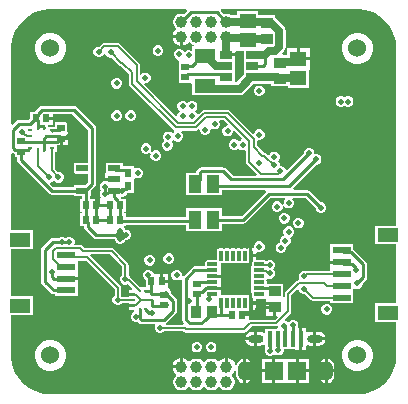
<source format=gtl>
G04*
G04 #@! TF.GenerationSoftware,Altium Limited,Altium Designer,24.5.2 (23)*
G04*
G04 Layer_Physical_Order=1*
G04 Layer_Color=255*
%FSLAX44Y44*%
%MOMM*%
G71*
G04*
G04 #@! TF.SameCoordinates,E9FC05D7-2B72-4DC1-8FCA-AC280C2F8AC5*
G04*
G04*
G04 #@! TF.FilePolarity,Positive*
G04*
G01*
G75*
%ADD18C,0.1270*%
%ADD20R,0.4500X0.2500*%
%ADD21R,0.2500X0.4500*%
%ADD22R,0.6400X0.6000*%
%ADD23R,1.1000X1.5000*%
%ADD24R,1.5500X0.6000*%
%ADD25R,1.8000X1.2000*%
%ADD26R,0.4000X1.3500*%
%ADD27R,1.5000X1.5500*%
%ADD28R,0.6000X0.6400*%
%ADD29R,0.6000X0.7500*%
%ADD30R,1.0000X0.5500*%
%ADD31R,1.4000X1.3000*%
%ADD32R,1.0000X0.7000*%
%ADD33R,1.7500X1.2000*%
%ADD34R,1.0000X0.9000*%
G04:AMPARAMS|DCode=35|XSize=0.8mm|YSize=0.35mm|CornerRadius=0.0438mm|HoleSize=0mm|Usage=FLASHONLY|Rotation=270.000|XOffset=0mm|YOffset=0mm|HoleType=Round|Shape=RoundedRectangle|*
%AMROUNDEDRECTD35*
21,1,0.8000,0.2625,0,0,270.0*
21,1,0.7125,0.3500,0,0,270.0*
1,1,0.0875,-0.1313,-0.3563*
1,1,0.0875,-0.1313,0.3563*
1,1,0.0875,0.1313,0.3563*
1,1,0.0875,0.1313,-0.3563*
%
%ADD35ROUNDEDRECTD35*%
G04:AMPARAMS|DCode=36|XSize=0.85mm|YSize=0.35mm|CornerRadius=0.0438mm|HoleSize=0mm|Usage=FLASHONLY|Rotation=0.000|XOffset=0mm|YOffset=0mm|HoleType=Round|Shape=RoundedRectangle|*
%AMROUNDEDRECTD36*
21,1,0.8500,0.2625,0,0,0.0*
21,1,0.7625,0.3500,0,0,0.0*
1,1,0.0875,0.3813,-0.1313*
1,1,0.0875,-0.3813,-0.1313*
1,1,0.0875,-0.3813,0.1313*
1,1,0.0875,0.3813,0.1313*
%
%ADD36ROUNDEDRECTD36*%
%ADD37R,0.9000X1.0000*%
%ADD38R,0.2500X0.2750*%
%ADD39R,0.2750X0.2500*%
%ADD64R,2.6000X2.7000*%
%ADD65C,0.2540*%
%ADD66C,0.7120*%
%ADD67O,1.3000X0.6500*%
%ADD68O,0.7750X1.5500*%
%ADD69C,1.0000*%
%ADD70C,1.5240*%
%ADD71C,0.5000*%
G36*
X34000Y119000D02*
Y107897D01*
X27772Y101669D01*
X26000D01*
Y109500D01*
Y118460D01*
X26540D01*
Y123230D01*
X19000D01*
Y125770D01*
X26540D01*
Y127115D01*
X27460Y127960D01*
X34000D01*
Y119000D01*
D02*
G37*
G36*
X-14813Y162961D02*
X-14327Y161788D01*
X-17053Y159062D01*
X-18128Y159350D01*
X-19972D01*
X-21752Y158873D01*
X-23348Y157951D01*
X-24651Y156648D01*
X-25573Y155052D01*
X-26050Y153272D01*
Y151428D01*
X-25573Y149648D01*
X-24651Y148052D01*
X-23724Y147124D01*
X-23686Y145878D01*
X-23813Y145550D01*
X-25083Y144280D01*
X-26076Y142560D01*
X-26516Y140920D01*
X-19050D01*
Y139650D01*
X-17780D01*
Y132184D01*
X-16140Y132624D01*
X-14420Y133617D01*
X-13150Y134887D01*
X-12822Y135014D01*
X-11575Y134976D01*
X-10648Y134049D01*
X-9052Y133127D01*
X-8652Y133020D01*
X-8820Y131750D01*
X-9750D01*
Y128773D01*
X-11020Y128050D01*
X-12105Y128500D01*
X-13895D01*
X-15549Y127815D01*
X-16042Y127322D01*
X-17185Y127549D01*
X-18451Y128815D01*
X-20105Y129500D01*
X-21895D01*
X-23549Y128815D01*
X-24815Y127549D01*
X-25500Y125895D01*
Y124105D01*
X-24815Y122451D01*
X-23549Y121185D01*
X-21895Y120500D01*
X-21610D01*
X-21200Y119400D01*
X-21200D01*
Y109400D01*
Y100600D01*
X-10800D01*
X-9750Y100069D01*
Y90250D01*
X11750D01*
Y90331D01*
X30120D01*
X30120Y90331D01*
X32289Y90763D01*
X34128Y91992D01*
X41968Y99831D01*
X57000D01*
Y97750D01*
X71000D01*
X71000Y96500D01*
X89000D01*
Y111960D01*
X89540D01*
Y119730D01*
X80000D01*
Y121000D01*
X78730D01*
Y130040D01*
X70460D01*
Y124790D01*
X66579D01*
X66093Y125963D01*
X67568Y127438D01*
X67568Y127438D01*
X68797Y129278D01*
X69229Y131447D01*
X69229Y131447D01*
Y145053D01*
X68797Y147222D01*
X67568Y149062D01*
X67568Y149062D01*
X61812Y154818D01*
X60000Y156029D01*
Y158250D01*
X46000D01*
X46000Y159520D01*
Y161500D01*
X28000D01*
Y158344D01*
X22668D01*
X21752Y158873D01*
X19972Y159350D01*
X18128D01*
X17053Y159062D01*
X14327Y161788D01*
X14813Y162961D01*
X130000D01*
X132160D01*
X136444Y162397D01*
X140618Y161279D01*
X144610Y159625D01*
X148351Y157465D01*
X151779Y154834D01*
X154834Y151779D01*
X157465Y148351D01*
X159625Y144610D01*
X161279Y140618D01*
X162397Y136444D01*
X162961Y132160D01*
X162961Y130000D01*
X162961Y-20000D01*
X144430D01*
Y-36000D01*
X162961D01*
Y-86000D01*
X144430D01*
Y-102000D01*
X162961D01*
Y-130000D01*
X162961Y-132160D01*
X162397Y-136444D01*
X161279Y-140618D01*
X159625Y-144609D01*
X157465Y-148351D01*
X154834Y-151779D01*
X151779Y-154834D01*
X148351Y-157465D01*
X144610Y-159625D01*
X140618Y-161279D01*
X136444Y-162397D01*
X132160Y-162961D01*
X130000D01*
X-130000Y-162961D01*
X-132160D01*
X-136444Y-162397D01*
X-140618Y-161279D01*
X-144610Y-159625D01*
X-148351Y-157465D01*
X-151779Y-154835D01*
X-154834Y-151779D01*
X-157465Y-148351D01*
X-159625Y-144610D01*
X-161279Y-140618D01*
X-162397Y-136444D01*
X-162961Y-132160D01*
X-162961Y-130000D01*
Y-96000D01*
X-144430D01*
Y-80000D01*
X-162961D01*
Y-40000D01*
X-144430D01*
Y-24000D01*
X-162961D01*
X-162961Y40656D01*
X-161691Y41335D01*
X-161258Y41046D01*
X-160200Y40835D01*
Y37600D01*
X-158334D01*
Y35649D01*
X-158080Y34374D01*
X-157358Y33292D01*
X-131208Y7143D01*
X-130126Y6420D01*
X-128851Y6166D01*
X-109900D01*
Y4750D01*
X-103134D01*
Y2200D01*
X-104800D01*
Y-8200D01*
X-103134D01*
Y-9800D01*
X-104800D01*
Y-20200D01*
X-101404D01*
Y-20930D01*
X-101150Y-22206D01*
X-100428Y-23287D01*
X-93357Y-30357D01*
X-92276Y-31080D01*
X-91000Y-31334D01*
X-75911D01*
X-75500Y-31745D01*
Y-31895D01*
X-74815Y-33549D01*
X-73549Y-34815D01*
X-71895Y-35500D01*
X-70105D01*
X-68451Y-34815D01*
X-67185Y-33549D01*
X-66939Y-32955D01*
X-66837Y-32887D01*
X-66451Y-32500D01*
X-65105D01*
X-63451Y-31815D01*
X-62185Y-30549D01*
X-61500Y-28895D01*
Y-27105D01*
X-62185Y-25451D01*
X-63451Y-24185D01*
X-65105Y-23500D01*
X-66751D01*
X-67185Y-22451D01*
X-68166Y-21470D01*
X-67763Y-20200D01*
X-66000D01*
Y-19334D01*
X-15000D01*
Y-24500D01*
X-1270D01*
X-0Y-24500D01*
X1270Y-24500D01*
X15000D01*
Y-18334D01*
X33248D01*
X34524Y-18080D01*
X35606Y-17357D01*
X56629Y3666D01*
X68506D01*
X69032Y2396D01*
X68185Y1549D01*
X67500Y-105D01*
Y-1461D01*
X67500Y-1895D01*
X66327Y-2361D01*
X65950Y-1451D01*
X64684Y-185D01*
X63030Y500D01*
X61240D01*
X59586Y-185D01*
X58320Y-1451D01*
X57635Y-3105D01*
Y-4895D01*
X58320Y-6549D01*
X59586Y-7815D01*
X61240Y-8500D01*
X63030D01*
X64684Y-7815D01*
X65950Y-6549D01*
X66635Y-4895D01*
Y-3539D01*
X66635Y-3105D01*
X67808Y-2639D01*
X68185Y-3549D01*
X69451Y-4815D01*
X71105Y-5500D01*
X72895D01*
X74549Y-4815D01*
X75815Y-3549D01*
X76500Y-1895D01*
Y-105D01*
X75815Y1549D01*
X74968Y2396D01*
X75494Y3666D01*
X85619D01*
X94500Y-5215D01*
Y-5895D01*
X95185Y-7549D01*
X96451Y-8815D01*
X98105Y-9500D01*
X99895D01*
X101549Y-8815D01*
X102815Y-7549D01*
X103500Y-5895D01*
Y-4105D01*
X102815Y-2451D01*
X101549Y-1185D01*
X99895Y-500D01*
X99215D01*
X89358Y9358D01*
X88276Y10080D01*
X87000Y10334D01*
X75845D01*
X75319Y11604D01*
X95215Y31500D01*
X95895D01*
X97549Y32185D01*
X98815Y33451D01*
X99500Y35105D01*
Y36895D01*
X98815Y38549D01*
X97549Y39815D01*
X95895Y40500D01*
X94105D01*
X93500Y40904D01*
Y41895D01*
X92815Y43549D01*
X91549Y44815D01*
X89895Y45500D01*
X88105D01*
X86451Y44815D01*
X85185Y43549D01*
X84500Y41895D01*
Y41215D01*
X70385Y27100D01*
X68932Y27443D01*
X68527Y28420D01*
X67261Y29686D01*
X65607Y30371D01*
X64035D01*
Y31913D01*
X63350Y33567D01*
X62399Y34518D01*
X63350Y35469D01*
X64035Y37123D01*
Y38913D01*
X63350Y40567D01*
X62084Y41833D01*
X60430Y42518D01*
X58640D01*
X56986Y41833D01*
X55720Y40567D01*
X55514Y40069D01*
X54269Y39822D01*
X52958Y41133D01*
X52086Y41715D01*
X51058Y41919D01*
X50614D01*
X44687Y47847D01*
Y51713D01*
X45957Y52561D01*
X46105Y52500D01*
X47895D01*
X49549Y53185D01*
X50815Y54451D01*
X51500Y56105D01*
Y57895D01*
X50815Y59549D01*
X49549Y60815D01*
X47895Y61500D01*
X46105D01*
X44451Y60815D01*
X43185Y59549D01*
X42559Y58037D01*
X41327Y57473D01*
X21900Y76900D01*
X21028Y77482D01*
X20000Y77687D01*
X0D01*
X-1028Y77482D01*
X-1900Y76900D01*
X-4354Y74446D01*
X-5852Y74744D01*
X-6185Y75549D01*
X-6806Y76170D01*
X-7333Y77000D01*
X-6806Y77830D01*
X-6185Y78451D01*
X-5500Y80105D01*
Y81895D01*
X-6185Y83549D01*
X-7451Y84815D01*
X-9105Y85500D01*
X-10895D01*
X-12549Y84815D01*
X-13170Y84194D01*
X-14000Y83667D01*
X-14830Y84194D01*
X-15451Y84815D01*
X-17105Y85500D01*
X-18895D01*
X-20549Y84815D01*
X-21815Y83549D01*
X-22500Y81895D01*
Y80105D01*
X-21815Y78451D01*
X-21194Y77830D01*
X-20667Y77000D01*
X-21194Y76170D01*
X-21815Y75549D01*
X-22500Y73895D01*
Y73095D01*
X-23770Y72569D01*
X-50456Y99255D01*
X-49904Y100500D01*
X-48605D01*
X-46951Y101185D01*
X-45685Y102451D01*
X-45000Y104105D01*
Y105895D01*
X-45685Y107549D01*
X-46951Y108815D01*
X-48605Y109500D01*
X-50395D01*
X-52049Y108815D01*
X-53043Y107821D01*
X-54299Y108200D01*
X-54313Y108210D01*
Y115680D01*
X-54518Y116708D01*
X-55100Y117580D01*
X-71055Y133535D01*
X-71927Y134117D01*
X-72955Y134322D01*
X-84365D01*
X-85393Y134117D01*
X-86265Y133535D01*
X-88300Y131500D01*
X-89895D01*
X-91549Y130815D01*
X-92815Y129549D01*
X-93500Y127895D01*
Y126105D01*
X-92815Y124451D01*
X-91549Y123185D01*
X-89895Y122500D01*
X-88105D01*
X-86451Y123185D01*
X-85185Y124451D01*
X-84739Y125529D01*
X-84139Y125566D01*
X-83416Y125403D01*
X-82815Y123951D01*
X-81549Y122685D01*
X-79895Y122000D01*
X-78299D01*
X-72133Y115833D01*
X-71261Y115251D01*
X-70233Y115047D01*
X-70166D01*
X-63687Y108567D01*
Y100000D01*
X-63482Y98972D01*
X-62900Y98100D01*
X-25900Y61100D01*
X-25028Y60518D01*
X-24930Y60289D01*
X-24779Y59173D01*
X-25815Y58138D01*
X-27068Y58432D01*
X-27451Y58815D01*
X-29105Y59500D01*
X-30895D01*
X-32549Y58815D01*
X-33815Y57549D01*
X-34500Y55895D01*
Y54105D01*
X-33815Y52451D01*
X-33488Y52124D01*
X-33549Y51815D01*
X-34815Y50549D01*
X-35500Y48895D01*
Y47105D01*
X-34815Y45451D01*
X-33549Y44185D01*
X-31895Y43500D01*
X-30105D01*
X-28451Y44185D01*
X-27185Y45451D01*
X-26500Y47105D01*
Y48895D01*
X-27185Y50549D01*
X-27512Y50876D01*
X-27451Y51185D01*
X-26185Y52451D01*
X-24932Y52157D01*
X-24549Y51774D01*
X-22895Y51089D01*
X-21105D01*
X-19451Y51774D01*
X-18185Y53040D01*
X-17500Y54694D01*
Y56484D01*
X-18185Y58138D01*
X-19091Y59043D01*
X-18581Y60313D01*
X-7000D01*
X-5972Y60518D01*
X-5100Y61100D01*
X-4770Y61431D01*
X-3500Y60904D01*
Y60105D01*
X-2815Y58451D01*
X-1549Y57185D01*
X105Y56500D01*
X1895D01*
X3549Y57185D01*
X4815Y58451D01*
X5500Y60105D01*
Y61205D01*
X5820Y61490D01*
X6759Y61923D01*
X8105Y61365D01*
X9895D01*
X11549Y62050D01*
X12815Y63316D01*
X13500Y64970D01*
Y66760D01*
X13080Y67773D01*
X13845Y69043D01*
X17066D01*
X20339Y65770D01*
X19813Y64500D01*
X19240D01*
X17586Y63815D01*
X16320Y62549D01*
X15635Y60895D01*
Y59105D01*
X16320Y57451D01*
X17586Y56185D01*
X19240Y55500D01*
X21030D01*
X22684Y56185D01*
X23950Y57451D01*
X24635Y59105D01*
Y59678D01*
X25905Y60204D01*
X32305Y53804D01*
X31766Y52547D01*
X30316Y51946D01*
X29548Y51178D01*
X28423Y52302D01*
X26769Y52987D01*
X24979D01*
X23325Y52302D01*
X22059Y51036D01*
X21374Y49382D01*
Y47592D01*
X22059Y45938D01*
X23325Y44672D01*
X24979Y43987D01*
X26769D01*
X28423Y44672D01*
X29192Y45441D01*
X30316Y44316D01*
X31970Y43631D01*
X33760D01*
X34257Y43837D01*
X35313Y43131D01*
Y34092D01*
X35518Y33063D01*
X36100Y32192D01*
X44785Y23507D01*
X44299Y22334D01*
X24381D01*
X18358Y28358D01*
X17276Y29080D01*
X16000Y29334D01*
X-2216D01*
X-3492Y29080D01*
X-4574Y28358D01*
X-6061Y26870D01*
X-6784Y25788D01*
X-7038Y24512D01*
Y24500D01*
X-15000D01*
Y5500D01*
X-1270D01*
X-0Y5500D01*
Y5500D01*
X0D01*
Y5500D01*
X15000D01*
Y9896D01*
X51633D01*
X52159Y8626D01*
X31867Y-11666D01*
X15000D01*
Y-5500D01*
X1270D01*
X0Y-5500D01*
X-1270Y-5500D01*
X-15000D01*
Y-12666D01*
X-66000D01*
Y-9800D01*
X-67666D01*
Y-8200D01*
X-66000D01*
Y2200D01*
X-69763D01*
X-70372Y3112D01*
X-70733Y3472D01*
X-70013Y4549D01*
X-69895Y4500D01*
X-68105D01*
X-66451Y5185D01*
X-65185Y6451D01*
X-64751Y7500D01*
X-59400D01*
Y19777D01*
X-58130Y20419D01*
X-56907Y19912D01*
X-55117D01*
X-53463Y20597D01*
X-52197Y21863D01*
X-51512Y23517D01*
Y25307D01*
X-52197Y26961D01*
X-53463Y28227D01*
X-55117Y28912D01*
X-56907D01*
X-58130Y28406D01*
X-59400Y29048D01*
Y30500D01*
X-68900D01*
Y33250D01*
X-82900D01*
Y24290D01*
X-83440D01*
Y20270D01*
X-75900D01*
Y17730D01*
X-83440D01*
Y17488D01*
X-84895D01*
X-86549Y16803D01*
X-87815Y15537D01*
X-88500Y13883D01*
Y12093D01*
X-87815Y10439D01*
X-87370Y9994D01*
X-87815Y9549D01*
X-88500Y7895D01*
Y6105D01*
X-87815Y4451D01*
X-87374Y4010D01*
X-87900Y2740D01*
X-89730D01*
Y-3000D01*
X-92270D01*
Y2740D01*
X-96466D01*
Y4750D01*
X-95900D01*
Y9535D01*
X-92273Y13162D01*
X-91550Y14244D01*
X-91296Y15520D01*
Y62630D01*
X-91550Y63906D01*
X-92273Y64988D01*
X-107642Y80358D01*
X-108724Y81080D01*
X-110000Y81334D01*
X-137424D01*
X-138700Y81080D01*
X-139782Y80358D01*
X-143027Y77112D01*
X-143637Y76200D01*
X-147400D01*
Y70515D01*
X-148581Y69334D01*
X-156512D01*
X-157788Y69080D01*
X-158870Y68358D01*
X-161788Y65440D01*
X-162961Y65925D01*
Y130000D01*
Y132160D01*
X-162397Y136444D01*
X-161279Y140618D01*
X-159625Y144610D01*
X-157465Y148351D01*
X-154835Y151779D01*
X-151779Y154834D01*
X-148351Y157465D01*
X-144610Y159625D01*
X-140618Y161279D01*
X-136444Y162397D01*
X-132160Y162961D01*
X-130000Y162961D01*
X-14813D01*
D02*
G37*
G36*
X-97964Y61249D02*
Y33250D01*
X-109900D01*
Y23750D01*
X-97964D01*
Y16901D01*
X-100615Y14250D01*
X-109900D01*
Y12834D01*
X-127470D01*
X-129962Y15327D01*
X-129564Y16724D01*
X-128451Y17185D01*
X-127961Y17675D01*
X-126998Y18287D01*
X-126301Y17675D01*
X-125680Y17054D01*
X-124026Y16369D01*
X-122236D01*
X-120582Y17054D01*
X-119316Y18320D01*
X-118631Y19974D01*
Y21764D01*
X-119316Y23418D01*
X-120582Y24684D01*
X-122236Y25369D01*
X-123832D01*
X-126313Y27851D01*
Y42250D01*
X-124750D01*
Y46710D01*
X-124210D01*
Y48060D01*
X-122270D01*
Y53600D01*
X-121000D01*
Y54870D01*
X-115260D01*
Y59140D01*
X-115800D01*
Y67400D01*
X-126200D01*
Y63784D01*
X-128826D01*
X-128997Y63750D01*
X-132250D01*
Y65260D01*
X-128060D01*
Y69730D01*
X-133600D01*
Y72270D01*
X-128060D01*
Y74666D01*
X-111381D01*
X-97964Y61249D01*
D02*
G37*
%LPC*%
G36*
X-20320Y138380D02*
X-26516D01*
X-26076Y136740D01*
X-25083Y135020D01*
X-23680Y133617D01*
X-21960Y132624D01*
X-20320Y132184D01*
Y138380D01*
D02*
G37*
G36*
X-38105Y132500D02*
X-39895D01*
X-41549Y131815D01*
X-42815Y130549D01*
X-43500Y128895D01*
Y127105D01*
X-42815Y125451D01*
X-41549Y124185D01*
X-39895Y123500D01*
X-38105D01*
X-36451Y124185D01*
X-35185Y125451D01*
X-34500Y127105D01*
Y128895D01*
X-35185Y130549D01*
X-36451Y131815D01*
X-38105Y132500D01*
D02*
G37*
G36*
X89540Y130040D02*
X81270D01*
Y122270D01*
X89540D01*
Y130040D01*
D02*
G37*
G36*
X131712Y143000D02*
X128288D01*
X124982Y142114D01*
X122018Y140403D01*
X119597Y137982D01*
X117886Y135018D01*
X117000Y131712D01*
Y128288D01*
X117886Y124982D01*
X119597Y122018D01*
X122018Y119597D01*
X124982Y117886D01*
X128288Y117000D01*
X131712D01*
X135018Y117886D01*
X137982Y119597D01*
X140403Y122018D01*
X142114Y124982D01*
X143000Y128288D01*
Y131712D01*
X142114Y135018D01*
X140403Y137982D01*
X137982Y140403D01*
X135018Y142114D01*
X131712Y143000D01*
D02*
G37*
G36*
X-128288D02*
X-131712D01*
X-135018Y142114D01*
X-137982Y140403D01*
X-140403Y137982D01*
X-142114Y135018D01*
X-143000Y131712D01*
Y128288D01*
X-142114Y124982D01*
X-140403Y122018D01*
X-137982Y119597D01*
X-135018Y117886D01*
X-131712Y117000D01*
X-128288D01*
X-124982Y117886D01*
X-122018Y119597D01*
X-119597Y122018D01*
X-117886Y124982D01*
X-117000Y128288D01*
Y131712D01*
X-117886Y135018D01*
X-119597Y137982D01*
X-122018Y140403D01*
X-124982Y142114D01*
X-128288Y143000D01*
D02*
G37*
G36*
X-73105Y104900D02*
X-74895D01*
X-76549Y104215D01*
X-77815Y102949D01*
X-78500Y101295D01*
Y99505D01*
X-77815Y97851D01*
X-76549Y96585D01*
X-74895Y95900D01*
X-73105D01*
X-71451Y96585D01*
X-70185Y97851D01*
X-69500Y99505D01*
Y101295D01*
X-70185Y102949D01*
X-71451Y104215D01*
X-73105Y104900D01*
D02*
G37*
G36*
X47895Y98500D02*
X46105D01*
X44451Y97815D01*
X43185Y96549D01*
X42500Y94895D01*
Y93105D01*
X43185Y91451D01*
X44451Y90185D01*
X46105Y89500D01*
X47895D01*
X49549Y90185D01*
X50815Y91451D01*
X51500Y93105D01*
Y94895D01*
X50815Y96549D01*
X49549Y97815D01*
X47895Y98500D01*
D02*
G37*
G36*
X122895Y89500D02*
X121105D01*
X119451Y88815D01*
X119000Y88364D01*
X118549Y88815D01*
X116895Y89500D01*
X115105D01*
X113451Y88815D01*
X112185Y87549D01*
X111500Y85895D01*
Y84105D01*
X112185Y82451D01*
X113451Y81185D01*
X115105Y80500D01*
X116895D01*
X118549Y81185D01*
X119000Y81636D01*
X119451Y81185D01*
X121105Y80500D01*
X122895D01*
X124549Y81185D01*
X125815Y82451D01*
X126500Y84105D01*
Y85895D01*
X125815Y87549D01*
X124549Y88815D01*
X122895Y89500D01*
D02*
G37*
G36*
X-61105Y77500D02*
X-62895D01*
X-64549Y76815D01*
X-65815Y75549D01*
X-66500Y73895D01*
Y72105D01*
X-65815Y70451D01*
X-64549Y69185D01*
X-62895Y68500D01*
X-61105D01*
X-59451Y69185D01*
X-58185Y70451D01*
X-57500Y72105D01*
Y73895D01*
X-58185Y75549D01*
X-59451Y76815D01*
X-61105Y77500D01*
D02*
G37*
G36*
X-73105D02*
X-74895D01*
X-76549Y76815D01*
X-77815Y75549D01*
X-78500Y73895D01*
Y72105D01*
X-77815Y70451D01*
X-76549Y69185D01*
X-74895Y68500D01*
X-73105D01*
X-71451Y69185D01*
X-70185Y70451D01*
X-69500Y72105D01*
Y73895D01*
X-70185Y75549D01*
X-71451Y76815D01*
X-73105Y77500D01*
D02*
G37*
G36*
X-48105Y49500D02*
X-49895D01*
X-51549Y48815D01*
X-52815Y47549D01*
X-53500Y45895D01*
Y44105D01*
X-52815Y42451D01*
X-51549Y41185D01*
X-49895Y40500D01*
X-48105D01*
X-46451Y41185D01*
X-46151Y41485D01*
X-45074Y40766D01*
X-45389Y40006D01*
Y38216D01*
X-44704Y36562D01*
X-43438Y35296D01*
X-41784Y34611D01*
X-39994D01*
X-38340Y35296D01*
X-37074Y36562D01*
X-36389Y38216D01*
Y40006D01*
X-37074Y41660D01*
X-38340Y42926D01*
X-39994Y43611D01*
X-41784D01*
X-43438Y42926D01*
X-43738Y42626D01*
X-44815Y43345D01*
X-44500Y44105D01*
Y45895D01*
X-45185Y47549D01*
X-46451Y48815D01*
X-48105Y49500D01*
D02*
G37*
G36*
X68895Y-9500D02*
X67105D01*
X65451Y-10185D01*
X64185Y-11451D01*
X63500Y-13105D01*
Y-14895D01*
X64185Y-16549D01*
X65451Y-17815D01*
X67105Y-18500D01*
X68895D01*
X70549Y-17815D01*
X71815Y-16549D01*
X72500Y-14895D01*
Y-13105D01*
X71815Y-11451D01*
X70549Y-10185D01*
X68895Y-9500D01*
D02*
G37*
G36*
X80895Y-13500D02*
X79105D01*
X77451Y-14185D01*
X76185Y-15451D01*
X75500Y-17105D01*
Y-18895D01*
X76185Y-20549D01*
X77451Y-21815D01*
X79105Y-22500D01*
X80895D01*
X82549Y-21815D01*
X83815Y-20549D01*
X84500Y-18895D01*
Y-17105D01*
X83815Y-15451D01*
X82549Y-14185D01*
X80895Y-13500D01*
D02*
G37*
G36*
X-113105Y-29500D02*
X-114895D01*
X-116549Y-30185D01*
X-117000Y-30636D01*
X-117451Y-30185D01*
X-119105Y-29500D01*
X-120895D01*
X-122549Y-30185D01*
X-123030Y-30666D01*
X-128000D01*
X-129276Y-30920D01*
X-130358Y-31642D01*
X-136877Y-38162D01*
X-137600Y-39244D01*
X-137854Y-40520D01*
Y-67480D01*
X-137600Y-68756D01*
X-136877Y-69838D01*
X-129358Y-77358D01*
X-128276Y-78080D01*
X-127000Y-78334D01*
X-126430D01*
Y-80000D01*
X-106930D01*
Y-70540D01*
X-106390D01*
Y-66270D01*
X-116680D01*
Y-63730D01*
X-106390D01*
Y-59460D01*
X-106930D01*
Y-49687D01*
X-99757D01*
X-75687Y-73757D01*
Y-79323D01*
X-76815Y-80451D01*
X-77500Y-82105D01*
Y-83895D01*
X-76815Y-85549D01*
X-75549Y-86815D01*
X-73895Y-87500D01*
X-72105D01*
X-70451Y-86815D01*
X-69323Y-85687D01*
X-63540D01*
Y-86730D01*
X-59625D01*
Y-89270D01*
X-63540D01*
Y-91790D01*
X-59179D01*
X-58927Y-93060D01*
X-59776Y-93412D01*
X-61041Y-94677D01*
X-61726Y-96331D01*
Y-98122D01*
X-61041Y-99775D01*
X-59776Y-101041D01*
X-58122Y-101727D01*
X-56331D01*
X-56089Y-101626D01*
X-55357Y-102358D01*
X-54276Y-103080D01*
X-53000Y-103334D01*
X-41722D01*
X-41030Y-104604D01*
X-41500Y-105740D01*
Y-107530D01*
X-40815Y-109184D01*
X-39549Y-110450D01*
X-37895Y-111135D01*
X-36105D01*
X-34451Y-110450D01*
X-33323Y-109322D01*
X-17478D01*
X-16900Y-109900D01*
X-16028Y-110482D01*
X-15000Y-110687D01*
X34000D01*
X35028Y-110482D01*
X35900Y-109900D01*
X40453Y-105346D01*
X61340D01*
X62230Y-105169D01*
X62508Y-105235D01*
X62728Y-105381D01*
X62858Y-105980D01*
X61833Y-107250D01*
X52000D01*
Y-110683D01*
X50730Y-111362D01*
X49509Y-110546D01*
X47250Y-110097D01*
X45270D01*
Y-116000D01*
Y-121903D01*
X47250D01*
X49509Y-121454D01*
X50730Y-120638D01*
X52000Y-121317D01*
Y-123898D01*
X51500Y-125105D01*
Y-126895D01*
X52185Y-128549D01*
X53451Y-129815D01*
X55105Y-130500D01*
X56895D01*
X58549Y-129815D01*
X59730Y-128634D01*
X60451Y-129355D01*
X62105Y-130040D01*
X63895D01*
X65549Y-129355D01*
X66815Y-128089D01*
X67500Y-126435D01*
Y-124750D01*
X77460D01*
Y-125290D01*
X80730D01*
Y-116000D01*
Y-106710D01*
X80569D01*
X79863Y-105654D01*
X79979Y-105374D01*
Y-103584D01*
X79294Y-101930D01*
X78028Y-100664D01*
X76374Y-99979D01*
X74584D01*
X72930Y-100664D01*
X71664Y-101930D01*
X71355Y-101991D01*
X70549Y-101185D01*
X69037Y-100559D01*
X68473Y-99327D01*
X73210Y-94590D01*
X73792Y-93718D01*
X73996Y-92690D01*
Y-78803D01*
X78953Y-73847D01*
X80223Y-74373D01*
Y-74618D01*
X80908Y-76272D01*
X82174Y-77537D01*
X83827Y-78223D01*
X85423D01*
X90100Y-82900D01*
X90972Y-83482D01*
X92000Y-83687D01*
X106930D01*
Y-86000D01*
X126430D01*
Y-73453D01*
X127700Y-72918D01*
X129105Y-73500D01*
X130895D01*
X132549Y-72815D01*
X133815Y-71549D01*
X134500Y-69895D01*
Y-69215D01*
X137358Y-66357D01*
X138080Y-65276D01*
X138334Y-64000D01*
Y-53000D01*
X138080Y-51724D01*
X137358Y-50642D01*
X127088Y-40373D01*
X126430Y-39933D01*
Y-36000D01*
X106930D01*
Y-45460D01*
X106390D01*
Y-49730D01*
X116680D01*
Y-52270D01*
X106390D01*
Y-56540D01*
X106930D01*
Y-58264D01*
X87049D01*
X86021Y-58469D01*
X85944Y-58520D01*
X85895Y-58500D01*
X84105D01*
X82451Y-59185D01*
X81185Y-60451D01*
X80500Y-62105D01*
Y-63895D01*
X80805Y-64631D01*
X80668Y-65072D01*
X79991Y-65985D01*
X79384Y-66105D01*
X78513Y-66688D01*
X69410Y-75791D01*
X68828Y-76662D01*
X68623Y-77690D01*
Y-80623D01*
X67353Y-81317D01*
X67000Y-81090D01*
Y-69250D01*
X53048D01*
Y-66687D01*
X52859Y-65736D01*
X53847Y-64930D01*
X54247Y-64795D01*
X54970Y-65095D01*
X56760D01*
X58414Y-64410D01*
X59680Y-63144D01*
X60365Y-61490D01*
Y-59700D01*
X59680Y-58046D01*
X58729Y-57095D01*
X59680Y-56144D01*
X60365Y-54490D01*
Y-52700D01*
X59680Y-51046D01*
X58414Y-49780D01*
X56760Y-49095D01*
X54970D01*
X53316Y-49780D01*
X53090Y-50006D01*
X52320Y-49930D01*
X51514Y-49391D01*
X50563Y-49202D01*
X43963D01*
X43848Y-49062D01*
Y-46770D01*
X39500D01*
Y-45500D01*
X38298D01*
Y-41937D01*
X38230Y-41594D01*
Y-38902D01*
X38187D01*
X37026Y-39133D01*
X36379Y-39565D01*
X35812Y-39452D01*
X33187D01*
X32236Y-39641D01*
X32000Y-39799D01*
X31764Y-39641D01*
X30812Y-39452D01*
X28187D01*
X27236Y-39641D01*
X27000Y-39799D01*
X26764Y-39641D01*
X25812Y-39452D01*
X23187D01*
X22236Y-39641D01*
X22000Y-39799D01*
X21764Y-39641D01*
X20812Y-39452D01*
X18188D01*
X17236Y-39641D01*
X17000Y-39799D01*
X16763Y-39641D01*
X15812Y-39452D01*
X13188D01*
X12236Y-39641D01*
X11430Y-40180D01*
X10891Y-40986D01*
X10702Y-41937D01*
Y-49062D01*
X10588Y-49202D01*
X3438D01*
X2486Y-49391D01*
X1680Y-49930D01*
X1141Y-50736D01*
X952Y-51687D01*
Y-54313D01*
X662Y-54666D01*
X-8000D01*
X-9276Y-54920D01*
X-10358Y-55642D01*
X-17230Y-62515D01*
X-17759Y-62440D01*
X-18500Y-62066D01*
Y-61105D01*
X-19185Y-59451D01*
X-20451Y-58185D01*
X-22105Y-57500D01*
X-23895D01*
X-25549Y-58185D01*
X-26815Y-59451D01*
X-27500Y-61105D01*
Y-62895D01*
X-26815Y-64549D01*
X-25549Y-65815D01*
X-23895Y-66500D01*
X-22105D01*
X-20451Y-65815D01*
X-19581Y-64945D01*
X-18334Y-65494D01*
Y-85000D01*
Y-100000D01*
X-18080Y-101276D01*
X-17357Y-102358D01*
X-17037Y-102678D01*
X-17563Y-103948D01*
X-31737D01*
X-32123Y-102678D01*
X-31642Y-102358D01*
X-23642Y-94358D01*
X-22920Y-93276D01*
X-22666Y-92000D01*
Y-84000D01*
X-22920Y-82724D01*
X-23642Y-81643D01*
X-27500Y-77785D01*
Y-77105D01*
X-28185Y-75451D01*
X-28800Y-74836D01*
Y-73600D01*
X-29146D01*
X-30060Y-72740D01*
Y-68270D01*
X-35600D01*
Y-67000D01*
X-36870D01*
Y-61260D01*
X-41140D01*
Y-61800D01*
X-42500D01*
Y-61105D01*
X-43185Y-59451D01*
X-44451Y-58185D01*
X-46105Y-57500D01*
X-47895D01*
X-49549Y-58185D01*
X-50815Y-59451D01*
X-51500Y-61105D01*
Y-62895D01*
X-50815Y-64549D01*
X-49549Y-65815D01*
X-49400Y-65877D01*
Y-68408D01*
X-49464Y-68730D01*
X-49400Y-69052D01*
Y-71874D01*
X-49500Y-71956D01*
X-49722Y-72000D01*
X-54076D01*
X-61915Y-64160D01*
X-62324Y-63887D01*
X-62731Y-62905D01*
X-63859Y-61777D01*
Y-53363D01*
X-64064Y-52334D01*
X-64646Y-51463D01*
X-76279Y-39830D01*
X-77150Y-39248D01*
X-78178Y-39043D01*
X-101157D01*
X-102735Y-37465D01*
X-103607Y-36883D01*
X-104635Y-36678D01*
X-108864D01*
X-109713Y-35408D01*
X-109500Y-34895D01*
Y-33105D01*
X-110185Y-31451D01*
X-111451Y-30185D01*
X-113105Y-29500D01*
D02*
G37*
G36*
X47784Y-33389D02*
X45994D01*
X44340Y-34074D01*
X43074Y-35340D01*
X42389Y-36994D01*
Y-37998D01*
X41199Y-38979D01*
X40813Y-38902D01*
X40770D01*
Y-44230D01*
X43848D01*
Y-42872D01*
X45118Y-42026D01*
X45994Y-42389D01*
X47784D01*
X49438Y-41704D01*
X50704Y-40438D01*
X51389Y-38784D01*
Y-36994D01*
X50704Y-35340D01*
X49438Y-34074D01*
X47784Y-33389D01*
D02*
G37*
G36*
X72764Y-20631D02*
X70974D01*
X69320Y-21316D01*
X68054Y-22582D01*
X67369Y-24236D01*
Y-26026D01*
X67902Y-27314D01*
X67985Y-27795D01*
X67379Y-28801D01*
X66451Y-29185D01*
X65185Y-30451D01*
X64500Y-32105D01*
Y-33895D01*
X63445Y-34666D01*
X62586Y-35021D01*
X61320Y-36287D01*
X60635Y-37941D01*
Y-39731D01*
X61320Y-41385D01*
X62586Y-42651D01*
X64240Y-43336D01*
X66030D01*
X67684Y-42651D01*
X68950Y-41385D01*
X69635Y-39731D01*
Y-37941D01*
X70690Y-37171D01*
X71549Y-36815D01*
X72815Y-35549D01*
X73500Y-33895D01*
Y-32105D01*
X72967Y-30817D01*
X72884Y-30336D01*
X73490Y-29330D01*
X74418Y-28946D01*
X75684Y-27680D01*
X76369Y-26026D01*
Y-24236D01*
X75684Y-22582D01*
X74418Y-21316D01*
X72764Y-20631D01*
D02*
G37*
G36*
X-28994Y-43611D02*
X-30784D01*
X-32438Y-44296D01*
X-33704Y-45562D01*
X-34389Y-47216D01*
Y-49006D01*
X-33704Y-50660D01*
X-32438Y-51926D01*
X-30784Y-52611D01*
X-28994D01*
X-27340Y-51926D01*
X-26074Y-50660D01*
X-25389Y-49006D01*
Y-47216D01*
X-26074Y-45562D01*
X-27340Y-44296D01*
X-28994Y-43611D01*
D02*
G37*
G36*
X-45105Y-44980D02*
X-46895D01*
X-48549Y-45665D01*
X-49815Y-46931D01*
X-50500Y-48585D01*
Y-50375D01*
X-49815Y-52029D01*
X-48549Y-53295D01*
X-46895Y-53980D01*
X-45105D01*
X-43451Y-53295D01*
X-42185Y-52029D01*
X-41500Y-50375D01*
Y-48585D01*
X-42185Y-46931D01*
X-43451Y-45665D01*
X-45105Y-44980D01*
D02*
G37*
G36*
X-30060Y-61260D02*
X-34330D01*
Y-65730D01*
X-30060D01*
Y-61260D01*
D02*
G37*
G36*
X104895Y-86500D02*
X103105D01*
X101451Y-87185D01*
X100185Y-88451D01*
X99500Y-90105D01*
Y-91895D01*
X100185Y-93549D01*
X101451Y-94815D01*
X103105Y-95500D01*
X104895D01*
X106549Y-94815D01*
X107815Y-93549D01*
X108500Y-91895D01*
Y-90105D01*
X107815Y-88451D01*
X106549Y-87185D01*
X104895Y-86500D01*
D02*
G37*
G36*
X97250Y-110097D02*
X95270D01*
Y-114730D01*
X102901D01*
X102704Y-113741D01*
X101424Y-111826D01*
X99509Y-110546D01*
X97250Y-110097D01*
D02*
G37*
G36*
X42730D02*
X40750D01*
X38491Y-110546D01*
X36576Y-111826D01*
X35296Y-113741D01*
X35099Y-114730D01*
X42730D01*
Y-110097D01*
D02*
G37*
G36*
X102901Y-117270D02*
X95270D01*
Y-121903D01*
X97250D01*
X99509Y-121454D01*
X101424Y-120174D01*
X102704Y-118259D01*
X102901Y-117270D01*
D02*
G37*
G36*
X86540Y-106710D02*
X83270D01*
Y-116000D01*
Y-125290D01*
X86540D01*
Y-121678D01*
X87810Y-120999D01*
X88491Y-121454D01*
X90750Y-121903D01*
X92730D01*
Y-116000D01*
Y-110097D01*
X90750D01*
X88491Y-110546D01*
X87810Y-111001D01*
X86540Y-110322D01*
Y-106710D01*
D02*
G37*
G36*
X42730Y-117270D02*
X35099D01*
X35296Y-118259D01*
X36576Y-120174D01*
X38491Y-121454D01*
X40750Y-121903D01*
X42730D01*
Y-117270D01*
D02*
G37*
G36*
X6895Y-118500D02*
X5105D01*
X3451Y-119185D01*
X2185Y-120451D01*
X1500Y-122105D01*
Y-123895D01*
X2185Y-125549D01*
X3451Y-126815D01*
X5105Y-127500D01*
X6895D01*
X8549Y-126815D01*
X9815Y-125549D01*
X10500Y-123895D01*
Y-122105D01*
X9815Y-120451D01*
X8549Y-119185D01*
X6895Y-118500D01*
D02*
G37*
G36*
X-5105D02*
X-6895D01*
X-8549Y-119185D01*
X-9815Y-120451D01*
X-10500Y-122105D01*
Y-123895D01*
X-9815Y-125549D01*
X-8549Y-126815D01*
X-6895Y-127500D01*
X-5105D01*
X-3451Y-126815D01*
X-2185Y-125549D01*
X-1500Y-123895D01*
Y-122105D01*
X-2185Y-120451D01*
X-3451Y-119185D01*
X-5105Y-118500D01*
D02*
G37*
G36*
X102730Y-132837D02*
X101497Y-133082D01*
X99375Y-134500D01*
X98874Y-135250D01*
X102730D01*
Y-132837D01*
D02*
G37*
G36*
X35270D02*
Y-135250D01*
X39126D01*
X38625Y-134500D01*
X36503Y-133082D01*
X35270Y-132837D01*
D02*
G37*
G36*
X-20320Y-132184D02*
X-21960Y-132624D01*
X-23680Y-133617D01*
X-25083Y-135020D01*
X-26076Y-136740D01*
X-26516Y-138380D01*
X-20320D01*
Y-132184D01*
D02*
G37*
G36*
X20320D02*
Y-139650D01*
X17780D01*
Y-132184D01*
X16140Y-132624D01*
X14420Y-133617D01*
X13150Y-134887D01*
X12822Y-135014D01*
X11575Y-134976D01*
X10648Y-134049D01*
X9052Y-133127D01*
X7272Y-132650D01*
X5428D01*
X3648Y-133127D01*
X2052Y-134049D01*
X749Y-135352D01*
X635Y-135549D01*
X-635D01*
X-749Y-135352D01*
X-2052Y-134049D01*
X-3648Y-133127D01*
X-5428Y-132650D01*
X-7272D01*
X-9052Y-133127D01*
X-10648Y-134049D01*
X-11575Y-134976D01*
X-12822Y-135014D01*
X-13150Y-134887D01*
X-14420Y-133617D01*
X-16140Y-132624D01*
X-17780Y-132184D01*
Y-139650D01*
X-19050D01*
Y-140920D01*
X-26516D01*
X-26076Y-142560D01*
X-25083Y-144280D01*
X-23813Y-145550D01*
X-23686Y-145878D01*
X-23724Y-147124D01*
X-24651Y-148052D01*
X-25573Y-149648D01*
X-26050Y-151428D01*
Y-153272D01*
X-25573Y-155052D01*
X-24651Y-156648D01*
X-23348Y-157951D01*
X-21752Y-158873D01*
X-19972Y-159350D01*
X-18128D01*
X-16348Y-158873D01*
X-14752Y-157951D01*
X-13449Y-156648D01*
X-13335Y-156451D01*
X-12065D01*
X-11951Y-156648D01*
X-10648Y-157951D01*
X-9052Y-158873D01*
X-7272Y-159350D01*
X-5428D01*
X-3648Y-158873D01*
X-2052Y-157951D01*
X-749Y-156648D01*
X-635Y-156451D01*
X635D01*
X749Y-156648D01*
X2052Y-157951D01*
X3648Y-158873D01*
X5428Y-159350D01*
X7272D01*
X9052Y-158873D01*
X10648Y-157951D01*
X11951Y-156648D01*
X12065Y-156451D01*
X13335D01*
X13449Y-156648D01*
X14752Y-157951D01*
X16348Y-158873D01*
X18128Y-159350D01*
X19972D01*
X21752Y-158873D01*
X23348Y-157951D01*
X24651Y-156648D01*
X25573Y-155052D01*
X26050Y-153272D01*
Y-151428D01*
X25573Y-149648D01*
X24651Y-148052D01*
X23724Y-147124D01*
X23686Y-145878D01*
X23813Y-145550D01*
X25083Y-144280D01*
X26076Y-142560D01*
X26189Y-142138D01*
X27459Y-142305D01*
Y-146875D01*
X27957Y-149378D01*
X29375Y-151500D01*
X31497Y-152918D01*
X32730Y-153163D01*
Y-150588D01*
X32697Y-150580D01*
X32446Y-150506D01*
X32200Y-150419D01*
X31959Y-150319D01*
X31723Y-150206D01*
X31494Y-150082D01*
X31271Y-149945D01*
X31056Y-149797D01*
X30849Y-149639D01*
X30650Y-149469D01*
X30461Y-149289D01*
X30281Y-149100D01*
X30111Y-148901D01*
X29952Y-148694D01*
X29805Y-148479D01*
X29668Y-148256D01*
X29544Y-148027D01*
X29431Y-147791D01*
X29331Y-147550D01*
X29244Y-147304D01*
X29170Y-147053D01*
X29109Y-146799D01*
X29061Y-146543D01*
X29027Y-146284D01*
X29007Y-146024D01*
X29000Y-145750D01*
Y-140250D01*
X29007Y-139988D01*
X29027Y-139727D01*
X29062Y-139468D01*
X29109Y-139210D01*
X29170Y-138956D01*
X29245Y-138705D01*
X29332Y-138458D01*
X29432Y-138216D01*
X29545Y-137980D01*
X29670Y-137750D01*
X29807Y-137527D01*
X29955Y-137311D01*
X30114Y-137103D01*
X30284Y-136904D01*
X30464Y-136714D01*
X30654Y-136534D01*
X30853Y-136364D01*
X31061Y-136205D01*
X31277Y-136057D01*
X31500Y-135920D01*
X31730Y-135795D01*
X31966Y-135682D01*
X32208Y-135582D01*
X32455Y-135495D01*
X32706Y-135420D01*
X32730Y-135415D01*
Y-132837D01*
X31497Y-133082D01*
X29375Y-134500D01*
X27957Y-136622D01*
X27703Y-137902D01*
X26399Y-137945D01*
X26076Y-136740D01*
X25083Y-135020D01*
X23680Y-133617D01*
X21960Y-132624D01*
X20320Y-132184D01*
D02*
G37*
G36*
X105270Y-132837D02*
Y-135412D01*
X105303Y-135420D01*
X105554Y-135494D01*
X105800Y-135581D01*
X106041Y-135681D01*
X106277Y-135794D01*
X106506Y-135918D01*
X106729Y-136055D01*
X106944Y-136202D01*
X107151Y-136362D01*
X107350Y-136531D01*
X107539Y-136711D01*
X107719Y-136900D01*
X107888Y-137099D01*
X108048Y-137306D01*
X108195Y-137521D01*
X108332Y-137744D01*
X108456Y-137973D01*
X108569Y-138209D01*
X108669Y-138450D01*
X108756Y-138696D01*
X108830Y-138947D01*
X108891Y-139200D01*
X108939Y-139457D01*
X108973Y-139716D01*
X108993Y-139977D01*
X109000Y-140250D01*
Y-141730D01*
X110541D01*
Y-139125D01*
X110043Y-136622D01*
X108625Y-134500D01*
X106503Y-133082D01*
X105270Y-132837D01*
D02*
G37*
G36*
X35270Y-137597D02*
Y-141730D01*
X36500D01*
Y-139850D01*
Y-139750D01*
X36497Y-139619D01*
X36486Y-139489D01*
X36469Y-139359D01*
X36445Y-139230D01*
X36415Y-139103D01*
X36378Y-138977D01*
X36334Y-138854D01*
X36284Y-138733D01*
X36228Y-138615D01*
X36165Y-138500D01*
X36097Y-138388D01*
X36023Y-138280D01*
X35943Y-138177D01*
X35858Y-138077D01*
X35768Y-137982D01*
X35673Y-137892D01*
X35573Y-137807D01*
X35470Y-137727D01*
X35362Y-137653D01*
X35270Y-137597D01*
D02*
G37*
G36*
X105270Y-137592D02*
Y-141730D01*
X106500D01*
Y-139750D01*
X106497Y-139607D01*
X106486Y-139478D01*
X106469Y-139348D01*
X106446Y-139220D01*
X106415Y-139094D01*
X106378Y-138969D01*
X106335Y-138846D01*
X106285Y-138726D01*
X106229Y-138608D01*
X106167Y-138494D01*
X106099Y-138383D01*
X106025Y-138275D01*
X105946Y-138172D01*
X105861Y-138073D01*
X105772Y-137978D01*
X105677Y-137889D01*
X105578Y-137804D01*
X105475Y-137725D01*
X105367Y-137651D01*
X105270Y-137592D01*
D02*
G37*
G36*
X102730Y-137592D02*
X102633Y-137651D01*
X102525Y-137725D01*
X102422Y-137804D01*
X102323Y-137889D01*
X102229Y-137978D01*
X102139Y-138073D01*
X102054Y-138172D01*
X101975Y-138275D01*
X101901Y-138383D01*
X101833Y-138494D01*
X101771Y-138608D01*
X101715Y-138726D01*
X101665Y-138846D01*
X101622Y-138969D01*
X101585Y-139094D01*
X101554Y-139220D01*
X101531Y-139348D01*
X101514Y-139478D01*
X101503Y-139607D01*
X101500Y-139750D01*
Y-139850D01*
Y-141730D01*
X102730D01*
Y-137592D01*
D02*
G37*
G36*
X89040Y-132710D02*
X80270D01*
Y-141730D01*
X89040D01*
Y-132710D01*
D02*
G37*
G36*
X57730D02*
X48960D01*
Y-141730D01*
X57730D01*
Y-132710D01*
D02*
G37*
G36*
X131712Y-117000D02*
X128288D01*
X124982Y-117886D01*
X122018Y-119597D01*
X119597Y-122018D01*
X117886Y-124982D01*
X117000Y-128288D01*
Y-131712D01*
X117886Y-135018D01*
X119597Y-137982D01*
X122018Y-140403D01*
X124982Y-142114D01*
X128288Y-143000D01*
X131712D01*
X135018Y-142114D01*
X137982Y-140403D01*
X140403Y-137982D01*
X142114Y-135018D01*
X143000Y-131712D01*
Y-128288D01*
X142114Y-124982D01*
X140403Y-122018D01*
X137982Y-119597D01*
X135018Y-117886D01*
X131712Y-117000D01*
D02*
G37*
G36*
X-128288D02*
X-131712D01*
X-135018Y-117886D01*
X-137982Y-119597D01*
X-140403Y-122018D01*
X-142114Y-124982D01*
X-143000Y-128288D01*
Y-131712D01*
X-142114Y-135018D01*
X-140403Y-137982D01*
X-137982Y-140403D01*
X-135018Y-142114D01*
X-131712Y-143000D01*
X-128288D01*
X-124982Y-142114D01*
X-122018Y-140403D01*
X-119597Y-137982D01*
X-117886Y-135018D01*
X-117000Y-131712D01*
Y-128288D01*
X-117886Y-124982D01*
X-119597Y-122018D01*
X-122018Y-119597D01*
X-124982Y-117886D01*
X-128288Y-117000D01*
D02*
G37*
G36*
X106500Y-144270D02*
X105270D01*
Y-148403D01*
X105362Y-148347D01*
X105470Y-148272D01*
X105573Y-148193D01*
X105673Y-148108D01*
X105768Y-148018D01*
X105858Y-147923D01*
X105943Y-147823D01*
X106023Y-147719D01*
X106097Y-147612D01*
X106165Y-147500D01*
X106228Y-147385D01*
X106284Y-147267D01*
X106334Y-147146D01*
X106378Y-147022D01*
X106415Y-146897D01*
X106445Y-146770D01*
X106469Y-146641D01*
X106486Y-146511D01*
X106497Y-146381D01*
X106500Y-146250D01*
Y-144270D01*
D02*
G37*
G36*
X102730D02*
X101500D01*
Y-146150D01*
Y-146250D01*
X101503Y-146381D01*
X101514Y-146511D01*
X101531Y-146641D01*
X101555Y-146770D01*
X101585Y-146897D01*
X101622Y-147022D01*
X101666Y-147146D01*
X101716Y-147267D01*
X101772Y-147385D01*
X101835Y-147500D01*
X101903Y-147612D01*
X101978Y-147719D01*
X102057Y-147823D01*
X102142Y-147923D01*
X102232Y-148018D01*
X102327Y-148108D01*
X102427Y-148193D01*
X102531Y-148272D01*
X102638Y-148347D01*
X102730Y-148403D01*
Y-144270D01*
D02*
G37*
G36*
X32730Y-137597D02*
X32638Y-137653D01*
X32531Y-137727D01*
X32427Y-137807D01*
X32327Y-137892D01*
X32232Y-137982D01*
X32142Y-138077D01*
X32057Y-138177D01*
X31978Y-138280D01*
X31903Y-138388D01*
X31835Y-138500D01*
X31772Y-138615D01*
X31716Y-138733D01*
X31666Y-138854D01*
X31622Y-138977D01*
X31585Y-139103D01*
X31555Y-139230D01*
X31531Y-139359D01*
X31514Y-139489D01*
X31503Y-139619D01*
X31500Y-139750D01*
Y-146250D01*
X31503Y-146393D01*
X31514Y-146523D01*
X31531Y-146652D01*
X31554Y-146780D01*
X31585Y-146906D01*
X31622Y-147031D01*
X31665Y-147154D01*
X31715Y-147274D01*
X31771Y-147392D01*
X31833Y-147506D01*
X31901Y-147617D01*
X31975Y-147725D01*
X32054Y-147828D01*
X32139Y-147927D01*
X32229Y-148021D01*
X32323Y-148111D01*
X32422Y-148196D01*
X32525Y-148275D01*
X32633Y-148349D01*
X32730Y-148408D01*
Y-143000D01*
Y-137597D01*
D02*
G37*
G36*
X36500Y-144270D02*
X35270D01*
Y-148408D01*
X35367Y-148349D01*
X35475Y-148275D01*
X35578Y-148196D01*
X35677Y-148111D01*
X35772Y-148021D01*
X35861Y-147927D01*
X35946Y-147828D01*
X36025Y-147725D01*
X36099Y-147617D01*
X36167Y-147506D01*
X36229Y-147392D01*
X36285Y-147274D01*
X36335Y-147154D01*
X36378Y-147031D01*
X36415Y-146906D01*
X36446Y-146780D01*
X36469Y-146652D01*
X36486Y-146523D01*
X36497Y-146393D01*
X36500Y-146250D01*
Y-146150D01*
Y-144270D01*
D02*
G37*
G36*
X110541D02*
X109000D01*
Y-145750D01*
X108993Y-146012D01*
X108973Y-146273D01*
X108939Y-146532D01*
X108891Y-146790D01*
X108830Y-147044D01*
X108755Y-147295D01*
X108668Y-147542D01*
X108568Y-147784D01*
X108455Y-148020D01*
X108330Y-148250D01*
X108193Y-148473D01*
X108045Y-148689D01*
X107886Y-148897D01*
X107716Y-149096D01*
X107535Y-149285D01*
X107346Y-149466D01*
X107147Y-149636D01*
X106939Y-149795D01*
X106723Y-149943D01*
X106500Y-150080D01*
X106270Y-150205D01*
X106034Y-150318D01*
X105792Y-150418D01*
X105545Y-150505D01*
X105294Y-150580D01*
X105270Y-150585D01*
Y-153163D01*
X106503Y-152918D01*
X108625Y-151500D01*
X110043Y-149378D01*
X110541Y-146875D01*
Y-144270D01*
D02*
G37*
G36*
X39126Y-150750D02*
X35270D01*
Y-153163D01*
X36503Y-152918D01*
X38625Y-151500D01*
X39126Y-150750D01*
D02*
G37*
G36*
X102730D02*
X98874D01*
X99375Y-151500D01*
X101497Y-152918D01*
X102730Y-153163D01*
Y-150750D01*
D02*
G37*
G36*
X89040Y-144270D02*
X80270D01*
Y-153290D01*
X89040D01*
Y-144270D01*
D02*
G37*
G36*
X77730Y-132710D02*
X60270D01*
Y-143000D01*
Y-153290D01*
X77730D01*
Y-143000D01*
Y-132710D01*
D02*
G37*
G36*
X57730Y-144270D02*
X48960D01*
Y-153290D01*
X57730D01*
Y-144270D01*
D02*
G37*
%LPD*%
G36*
X-69232Y-54475D02*
Y-61777D01*
X-70361Y-62905D01*
X-71046Y-64559D01*
Y-66349D01*
X-70361Y-68003D01*
X-69095Y-69269D01*
X-67441Y-69954D01*
X-65651D01*
X-64286Y-69389D01*
X-60638Y-73037D01*
X-61124Y-74210D01*
X-63540D01*
Y-76730D01*
X-59625D01*
Y-79270D01*
X-63540D01*
Y-80313D01*
X-69323D01*
X-70313Y-79323D01*
Y-72644D01*
X-70518Y-71616D01*
X-71100Y-70744D01*
X-96158Y-45687D01*
X-95632Y-44417D01*
X-79291D01*
X-69232Y-54475D01*
D02*
G37*
G36*
X51889Y-81963D02*
X52460Y-82504D01*
Y-87980D01*
X60000D01*
Y-89250D01*
X61270D01*
Y-96290D01*
X62251D01*
X62737Y-97463D01*
X60228Y-99973D01*
X39341D01*
X39210Y-99999D01*
X37940Y-99015D01*
Y-96770D01*
X32400D01*
Y-94230D01*
X37940D01*
Y-92302D01*
X38187Y-92098D01*
X38230D01*
Y-89406D01*
X38298Y-89062D01*
Y-85500D01*
X39500D01*
Y-84230D01*
X43848D01*
Y-81938D01*
X43963Y-81798D01*
X50563D01*
X51432Y-81625D01*
X51889Y-81963D01*
D02*
G37*
%LPC*%
G36*
X43848Y-86770D02*
X40770D01*
Y-92098D01*
X40813D01*
X41974Y-91867D01*
X42959Y-91209D01*
X43617Y-90224D01*
X43848Y-89062D01*
Y-86770D01*
D02*
G37*
G36*
X58730Y-90520D02*
X52460D01*
Y-96290D01*
X58730D01*
Y-90520D01*
D02*
G37*
G36*
X-115260Y52330D02*
X-119730D01*
Y48060D01*
X-115260D01*
Y52330D01*
D02*
G37*
%LPD*%
D18*
X31500Y-61000D02*
X38730Y-53770D01*
X-150709Y57035D02*
X-149789Y56115D01*
X-151391Y57035D02*
X-150709D01*
X-129000Y26738D02*
Y45500D01*
Y26738D02*
X-123131Y20869D01*
X-140500Y30500D02*
X-131000Y21000D01*
X-140500Y30500D02*
Y43750D01*
X-125521Y-39365D02*
X-104635D01*
X-154000Y59000D02*
X-153356D01*
X-151391Y57035D01*
X-147615Y56115D02*
X-147000Y55500D01*
X-149789Y56115D02*
X-147615D01*
X54856Y-60595D02*
X55865D01*
X47365Y-58615D02*
X52876D01*
X54856Y-60595D01*
X46750Y-53000D02*
X47048Y-53298D01*
X55567D02*
X55865Y-53595D01*
X47048Y-53298D02*
X55567D01*
X46750Y-58000D02*
X47365Y-58615D01*
X-79000Y126500D02*
X-70233Y117733D01*
X-89000Y127000D02*
Y127000D01*
X-84365Y131635D01*
X-70233Y117733D02*
X-69053D01*
X-61000Y109680D01*
X42000Y46734D02*
X49502Y39233D01*
X51058D01*
X59273Y31018D01*
X59535D01*
X71310Y-77690D02*
X80412Y-68588D01*
X101588D01*
X104000Y-71000D01*
X71310Y-92690D02*
Y-77690D01*
X42000Y46734D02*
Y53000D01*
X62353Y24000D02*
X64224Y25871D01*
X48092Y24000D02*
X62353D01*
X38000Y34092D02*
X48092Y24000D01*
X64224Y25871D02*
X64712D01*
X27000Y-65500D02*
X31500Y-61000D01*
X18178Y71730D02*
X38000Y51908D01*
Y34092D02*
Y51908D01*
X20000Y75000D02*
X42000Y53000D01*
X-61000Y100000D02*
X-24000Y63000D01*
X-61000Y100000D02*
Y109680D01*
X-24000Y63000D02*
X-7000D01*
X-57000Y102000D02*
X-22000Y67000D01*
X-57000Y102000D02*
Y115680D01*
X-22000Y67000D02*
X-8000D01*
X-84365Y131635D02*
X-72955D01*
X-57000Y115680D01*
X-7000Y63000D02*
X1730Y71730D01*
X18178D01*
X-8000Y67000D02*
X0Y75000D01*
X20000D01*
X-16365Y-106635D02*
X-15000Y-108000D01*
X34000D02*
X39341Y-102660D01*
X-15000Y-108000D02*
X34000D01*
X-37000Y-106635D02*
X-16365D01*
X61340Y-102660D02*
X71310Y-92690D01*
X39341Y-102660D02*
X61340D01*
X-128000Y-48430D02*
Y-41844D01*
X-125521Y-39365D01*
X-128000Y-48430D02*
X-121430Y-55000D01*
X-102270Y-41730D02*
X-78178D01*
X-104635Y-39365D02*
X-102270Y-41730D01*
X-114680Y-47000D02*
X-98644D01*
X-116680Y-45000D02*
X-114680Y-47000D01*
X-98644D02*
X-73000Y-72644D01*
X-54500Y-75375D02*
Y-75250D01*
X-55240Y-74635D02*
X-55115D01*
X-54500Y-75250D01*
X-65486Y-66060D02*
X-63815D01*
X-66092Y-65454D02*
X-65486Y-66060D01*
X-63815D02*
X-55240Y-74635D01*
X-78178Y-41730D02*
X-66546Y-53363D01*
Y-65454D02*
Y-53363D01*
X-73000Y-83000D02*
X-59625D01*
X-73000D02*
Y-72644D01*
X92000Y-81000D02*
X116680D01*
X84723Y-73723D02*
X92000Y-81000D01*
X85000Y-63000D02*
X87049Y-60951D01*
X104000Y-71000D02*
X116680D01*
X116680Y-71000D01*
X87049Y-60951D02*
X116631D01*
X116680Y-61000D01*
X-121430Y-55000D02*
X-116680D01*
X-59625Y-78000D02*
X-59010Y-78615D01*
X-57611D01*
X-53226Y-83000D01*
X-59625Y-88000D02*
X-59010Y-87385D01*
X-53226Y-83000D02*
X-44375D01*
X-57611Y-87385D02*
X-53226Y-83000D01*
X-59010Y-87385D02*
X-57611D01*
X39365Y-45635D02*
X39500Y-45500D01*
X27000Y-66000D02*
Y-65500D01*
X24500Y-63000D02*
X27000Y-65500D01*
D20*
X-129000Y45500D02*
D03*
Y50500D02*
D03*
Y55500D02*
D03*
Y60500D02*
D03*
X-147000D02*
D03*
Y55500D02*
D03*
Y50500D02*
D03*
Y45500D02*
D03*
D21*
X-135500Y62250D02*
D03*
X-140500D02*
D03*
Y43750D02*
D03*
X-135500D02*
D03*
D22*
X-121000Y53600D02*
D03*
Y62400D02*
D03*
X-155000Y51400D02*
D03*
Y42600D02*
D03*
X-16000Y114400D02*
D03*
Y105600D02*
D03*
X-6000Y-69100D02*
D03*
Y-77900D02*
D03*
X-34000Y-87400D02*
D03*
Y-78600D02*
D03*
D23*
X-7500Y-15000D02*
D03*
X7500D02*
D03*
Y15000D02*
D03*
X-7500D02*
D03*
D24*
X116680Y-71000D02*
D03*
Y-41000D02*
D03*
Y-51000D02*
D03*
Y-61000D02*
D03*
Y-81000D02*
D03*
X-116680Y-45000D02*
D03*
Y-75000D02*
D03*
Y-65000D02*
D03*
Y-55000D02*
D03*
D25*
X155430Y-28000D02*
D03*
Y-94000D02*
D03*
X-155430Y-88000D02*
D03*
Y-32000D02*
D03*
D26*
X56000Y-116000D02*
D03*
X62500D02*
D03*
X69000D02*
D03*
X75500D02*
D03*
X82000D02*
D03*
D27*
X59000Y-143000D02*
D03*
X79000D02*
D03*
D28*
X-71000Y-3000D02*
D03*
X-79800D02*
D03*
X-71000Y-15000D02*
D03*
X-79800D02*
D03*
X-99800Y-3000D02*
D03*
X-91000D02*
D03*
X-99800Y-15000D02*
D03*
X-91000D02*
D03*
X-133600Y71000D02*
D03*
X-142400D02*
D03*
X23600Y-95500D02*
D03*
X32400D02*
D03*
X-35600Y-67000D02*
D03*
X-44400D02*
D03*
D29*
X-64400Y24750D02*
D03*
Y13250D02*
D03*
D30*
X-102900Y9500D02*
D03*
Y28500D02*
D03*
X-75900D02*
D03*
Y19000D02*
D03*
Y9500D02*
D03*
D31*
X37000Y137000D02*
D03*
Y153000D02*
D03*
X80000Y121000D02*
D03*
Y105000D02*
D03*
D32*
X41000Y105500D02*
D03*
Y115000D02*
D03*
Y124500D02*
D03*
X19000Y105500D02*
D03*
Y115000D02*
D03*
Y124500D02*
D03*
D33*
X1000Y123750D02*
D03*
Y98250D02*
D03*
D34*
X53000Y151750D02*
D03*
Y138250D02*
D03*
X64000Y117750D02*
D03*
Y104250D02*
D03*
X60000Y-89250D02*
D03*
Y-75750D02*
D03*
D35*
X39500Y-45500D02*
D03*
X34500D02*
D03*
X29500D02*
D03*
X24500D02*
D03*
X19500D02*
D03*
X14500D02*
D03*
Y-85500D02*
D03*
X19500D02*
D03*
X24500D02*
D03*
X29500D02*
D03*
X34500D02*
D03*
X39500D02*
D03*
D36*
X7250Y-53000D02*
D03*
Y-58000D02*
D03*
Y-63000D02*
D03*
Y-68000D02*
D03*
Y-73000D02*
D03*
Y-78000D02*
D03*
X46750D02*
D03*
Y-73000D02*
D03*
Y-68000D02*
D03*
Y-63000D02*
D03*
Y-58000D02*
D03*
Y-53000D02*
D03*
D37*
X6750Y-93500D02*
D03*
X-6750D02*
D03*
D38*
X-54500Y-90625D02*
D03*
X-49500D02*
D03*
X-54500Y-75375D02*
D03*
X-49500D02*
D03*
D39*
X-44375Y-88000D02*
D03*
X-59625D02*
D03*
X-44375Y-83000D02*
D03*
Y-78000D02*
D03*
X-59625Y-83000D02*
D03*
Y-78000D02*
D03*
D64*
X27000Y-65500D02*
D03*
D65*
X-154030Y50430D02*
X-135500D01*
X-135430Y50500D02*
X-129000D01*
X-135500Y50430D02*
X-135430Y50500D01*
X-135500Y50430D02*
Y53500D01*
X-133500Y55500D01*
X-123100D01*
X-121270Y53530D02*
X-121000D01*
X-120845D01*
X-129000Y50500D02*
X-124300D01*
X-121270Y53530D01*
X24500Y-63000D02*
X26500Y-61000D01*
X31500D01*
X20000Y-73000D02*
X27000Y-66000D01*
X-114375Y62976D02*
X-104024D01*
X-114375Y57976D02*
Y61000D01*
Y62976D02*
Y66684D01*
Y61000D02*
Y62976D01*
X-123100Y55500D02*
X-121200Y53600D01*
X-121000D01*
X-104024Y62976D02*
X-104000Y63000D01*
X-121000Y34225D02*
X-108245Y21471D01*
X-121000Y34225D02*
Y53530D01*
X-103471Y21471D02*
X-103000Y21000D01*
X-108245Y21471D02*
X-103471D01*
X-128851Y9500D02*
X-101280D01*
X-155000Y35649D02*
X-128851Y9500D01*
X-155000Y35649D02*
Y42600D01*
X-137424Y78000D02*
X-110000D01*
X-94630Y62630D01*
X-140500Y62250D02*
Y63930D01*
Y68984D01*
X-101280Y9500D02*
X-100650D01*
X-94630Y15520D01*
Y62630D01*
X-114375Y61000D02*
X-113000D01*
X-90000Y-2000D02*
Y16000D01*
X-91000Y-3000D02*
X-79800D01*
X-91000D02*
X-90000Y-2000D01*
Y16000D02*
X-87000Y19000D01*
X-33926Y-78674D02*
X-32000D01*
X-44400Y-77980D02*
X-44360Y-78020D01*
X6750Y-95500D02*
X14500D01*
X4997Y-95753D02*
X7003D01*
X-15000Y-85000D02*
Y-65000D01*
X-54500Y-98500D02*
Y-92894D01*
X-142470Y70730D02*
X-142246D01*
X-143121Y70079D02*
Y71721D01*
X-147806Y45430D02*
X-146846D01*
X-71000Y-25000D02*
X-70470D01*
X-71530D02*
X-71000D01*
X-67470Y-28000D02*
X-66000D01*
X-74530D02*
X-67470D01*
X-71000Y-31000D02*
X-70552D01*
X-71530D02*
X-71000D01*
X-120845Y53530D02*
X-119115Y55260D01*
X-117091D02*
X-114375Y57976D01*
X-156526Y44126D02*
X-155000Y42600D01*
X-159982Y44126D02*
X-156526D01*
X-161470Y45614D02*
X-159982Y44126D01*
X-161470Y45614D02*
Y61042D01*
X-140670Y74754D02*
X-137424Y78000D01*
X-140670Y72730D02*
Y74754D01*
X-161470Y61042D02*
X-156512Y66000D01*
X-147200D01*
X17500Y105500D02*
X19000D01*
X-13400Y108000D02*
X15000D01*
X-15800Y105600D02*
X-13400Y108000D01*
X15000D02*
X17500Y105500D01*
X-16000Y105600D02*
X-15800D01*
X-6480Y118520D02*
Y119020D01*
X-9980Y115020D02*
X-6480Y118520D01*
Y119020D02*
X-1750Y123750D01*
X1000D01*
X-15380Y115020D02*
X-9980D01*
X-16000Y114400D02*
X-15380Y115020D01*
X50000Y115000D02*
X52000Y117000D01*
Y124560D01*
X41000Y115000D02*
X50000D01*
X-135500Y43750D02*
Y50430D01*
X-128846Y60430D02*
X-128826Y60450D01*
X-135500Y62250D02*
Y63210D01*
X-136220Y63930D02*
X-135500Y63210D01*
X-140246Y63930D02*
X-136220D01*
X-147825Y45410D02*
X-147806Y45430D01*
X-147825Y45018D02*
Y45410D01*
X-149313Y43530D02*
X-147825Y45018D01*
X-154070Y43530D02*
X-149313D01*
X-155000Y42600D02*
X-154070Y43530D01*
X-155000Y51400D02*
X-154030Y50430D01*
X-121046Y62330D02*
X-120845D01*
X-122926Y60450D02*
X-121046Y62330D01*
X-128826Y60450D02*
X-122926D01*
X-57000Y-97000D02*
X-55000D01*
X-57227Y-97226D02*
X-57000Y-97000D01*
X-54500Y-98500D02*
X-53000Y-100000D01*
X-34000D01*
X-57227Y-97226D02*
X-56831D01*
X-34000Y-100000D02*
X-26000Y-92000D01*
X-70081Y-30529D02*
X-69195D01*
X-67041Y-28375D02*
X-66375D01*
X-69195Y-30529D02*
X-67041Y-28375D01*
X-70552Y-31000D02*
X-70081Y-30529D01*
X-128000Y-34000D02*
X-114000D01*
X-70000Y-16000D02*
X-8500D01*
X-71000Y-15000D02*
X-70000Y-16000D01*
X-8500D02*
X-7500Y-15000D01*
X-128750Y-59261D02*
X-128488Y-59523D01*
Y-63512D02*
Y-59523D01*
Y-63512D02*
X-127000Y-65000D01*
X-84000Y7000D02*
Y12988D01*
X-81369Y7471D02*
X-80820Y8020D01*
X-75500Y9100D02*
X-73190D01*
X-80820Y8020D02*
X-77380D01*
X-75900Y9500D01*
X-83471Y7471D02*
X-81369D01*
X-71000Y-3000D02*
X-71000D01*
X-72730Y-1270D02*
X-71000Y-3000D01*
Y-15000D02*
Y-3000D01*
X-69230Y10770D02*
X-66130D01*
X-64400Y12500D01*
X-70900Y9100D02*
X-70000Y10000D01*
X-69000Y9000D01*
X-70000Y10000D02*
X-69230Y10770D01*
X-73190Y9250D02*
X-71250D01*
X-75900Y3925D02*
Y9500D01*
X-64400Y12500D02*
Y13250D01*
X135000Y-64000D02*
Y-53000D01*
X130000Y-69000D02*
X135000Y-64000D01*
X68471Y-115471D02*
X69000Y-116000D01*
X68000Y-105000D02*
X68471Y-105471D01*
Y-115471D02*
Y-105471D01*
X75490Y-115990D02*
Y-104489D01*
X75479Y-104479D02*
X75490Y-104489D01*
Y-115990D02*
X75500Y-116000D01*
X-34000Y-87400D02*
X-31770D01*
X-34600Y-88000D02*
X-34000Y-87400D01*
X-44375Y-88000D02*
X-34600D01*
X-31802Y-78477D02*
X-31523D01*
X-32000Y-78674D02*
X-31802Y-78477D01*
X-34000Y-78600D02*
X-33926Y-78674D01*
X-31523Y-78477D02*
X-26000Y-84000D01*
X-33400Y-78000D02*
X-32000D01*
X-34000Y-78600D02*
X-33400Y-78000D01*
X23000Y19000D02*
X67000D01*
X16000Y26000D02*
X23000Y19000D01*
X67000D02*
X89000Y41000D01*
X33248Y-15000D02*
X55248Y7000D01*
X87000D02*
X99000Y-5000D01*
X55248Y7000D02*
X87000D01*
X7500Y15000D02*
X9270Y13230D01*
X72230D01*
X95000Y36000D01*
X-2216Y26000D02*
X16000D01*
X-7500Y15000D02*
X-3704Y18796D01*
Y24512D02*
X-2216Y26000D01*
X-3704Y18796D02*
Y24512D01*
X7500Y-15000D02*
X33248D01*
X31500Y-61000D02*
X32000D01*
X-15000Y-85000D02*
X-14530D01*
X-13530Y-84000D02*
X-13000D01*
X-14530Y-85000D02*
X-13530Y-84000D01*
X-147200Y66000D02*
X-143121Y70079D01*
X-87000Y19000D02*
X-75900D01*
X-70470Y-25000D02*
X-67470Y-28000D01*
X-74530D02*
X-71530Y-31000D01*
X-91000Y-28000D02*
X-74530D01*
X-71530Y-25000D01*
X-98070Y-20930D02*
X-91000Y-28000D01*
X-98070Y-20930D02*
Y-16730D01*
X-99800Y-15000D02*
X-98070Y-16730D01*
X-99860Y-15060D02*
X-99800Y-15000D01*
Y-3000D02*
Y8020D01*
Y-15000D02*
Y-3000D01*
X-79800Y-15000D02*
Y-3000D01*
X-72730Y-1270D02*
Y755D01*
X-75900Y3925D02*
X-72730Y755D01*
X-91000Y-15000D02*
Y-3000D01*
X-64400Y24750D02*
Y25290D01*
X-66130Y27020D02*
X-64400Y25290D01*
X-74420Y27020D02*
X-66130D01*
X-75900Y28500D02*
X-74420Y27020D01*
X-91000Y-15000D02*
X-79800D01*
X-101280Y9500D02*
X-99800Y8020D01*
X-134520Y-67480D02*
Y-40520D01*
Y-67480D02*
X-127000Y-75000D01*
X-116680D01*
X-134520Y-40520D02*
X-128000Y-34000D01*
X20000Y-73000D02*
X21000Y-74000D01*
X20000Y-73000D02*
Y-73000D01*
X7250Y-73000D02*
X19500D01*
X124730Y-42730D02*
X135000Y-53000D01*
X125730Y-52730D02*
X128625Y-55625D01*
X118410Y-52730D02*
X125730D01*
X128625Y-57625D02*
X129000Y-58000D01*
X128625Y-57625D02*
Y-55625D01*
X116680Y-51000D02*
X118410Y-52730D01*
X116680Y-41000D02*
X118410Y-42730D01*
X124730D01*
X-127000Y-65000D02*
X-116680D01*
X62750Y-125290D02*
Y-116250D01*
Y-125290D02*
X63000Y-125540D01*
X62500Y-116000D02*
X62750Y-116250D01*
X56000Y-126000D02*
Y-116000D01*
X56000Y-116000D01*
X-44400Y-75000D02*
Y-67000D01*
Y-77980D02*
Y-75000D01*
X-49500Y-75375D02*
X-44775D01*
X-44400Y-75000D01*
X-44360Y-78020D02*
X-44355D01*
X-44375Y-88000D02*
Y-83000D01*
X63435Y104625D02*
X63810Y104250D01*
X-19050Y152350D02*
X-10780Y160620D01*
X10780D01*
X19050Y152350D01*
X-26000Y-92000D02*
Y-84000D01*
X-34580Y-78020D02*
X-34000Y-78600D01*
X-15000Y-100000D02*
Y-85000D01*
X1020Y-99730D02*
X4997Y-95753D01*
X1020Y-99854D02*
Y-99730D01*
X-15000Y-100000D02*
X-12052Y-102948D01*
X-2074D02*
X1020Y-99854D01*
X-12052Y-102948D02*
X-2074D01*
X-15000Y-65000D02*
X-8000Y-58000D01*
X7250D01*
X-47000Y-62000D02*
X-46605D01*
X-47000Y-62395D02*
Y-62000D01*
X-46130Y-65270D02*
X-44400Y-67000D01*
X-46130Y-65270D02*
Y-63265D01*
X-47000Y-62395D02*
X-46130Y-63265D01*
X6750Y-95500D02*
X7003Y-95753D01*
Y-95753D02*
Y-95753D01*
X-142400Y71000D02*
X-140670Y72730D01*
X-142246Y70730D02*
X-140680Y69164D01*
X-118621Y70930D02*
X-114375Y66684D01*
X-119115Y55260D02*
X-117091D01*
X-133446Y70930D02*
X-118621D01*
X-6000Y-77900D02*
X-4270Y-76170D01*
X-6000Y-92750D02*
Y-77900D01*
X-6750Y-93500D02*
X-6000Y-92750D01*
Y-69100D02*
X-4900Y-68000D01*
X-1288Y-76170D02*
X1882Y-73000D01*
X-4270Y-76170D02*
X-1288D01*
X1882Y-73000D02*
X7250D01*
X-4900Y-68000D02*
X7250D01*
X4759Y-78000D02*
X7250D01*
X4279Y-82221D02*
Y-78480D01*
X4759Y-78000D01*
X6750Y-95500D02*
Y-93500D01*
X14500Y-95500D02*
Y-85500D01*
X4000Y-82500D02*
X4279Y-82221D01*
X38730Y-51388D02*
X39230Y-50888D01*
Y-50152D02*
X39500Y-49882D01*
X39230Y-50888D02*
Y-50152D01*
X39500Y-49882D02*
Y-45500D01*
X14500Y-95500D02*
X23600D01*
X32400D02*
Y-95300D01*
X34130Y-93570D01*
X37930D01*
X39500Y-92000D01*
Y-85500D01*
X38730Y-79612D02*
X39230Y-80112D01*
Y-80848D02*
Y-80112D01*
Y-80848D02*
X39500Y-81118D01*
X38730Y-79612D02*
Y-77230D01*
X39500Y-85500D02*
Y-81118D01*
X46750Y-73000D02*
X57250D01*
X39500Y-85500D02*
X55750D01*
X38730Y-53770D02*
Y-51388D01*
X7250Y-63000D02*
X24500D01*
X27000Y-65500D02*
X38730Y-77230D01*
X57250Y-73000D02*
X60000Y-75750D01*
X55750Y-85500D02*
X59500Y-89250D01*
X60000D01*
X-49500Y-75375D02*
Y-75290D01*
X-46130Y-68730D02*
X-44400Y-67000D01*
X-44375Y-78000D02*
X-44355Y-78020D01*
X-34580D01*
X-49500Y-90710D02*
X-46489Y-93721D01*
X-44279D02*
X-44000Y-94000D01*
X-46489Y-93721D02*
X-44279D01*
X-54500Y-90625D02*
X-54480Y-90645D01*
Y-92894D02*
Y-90645D01*
X-49500Y-90710D02*
Y-90625D01*
D66*
X41000Y105500D02*
X62250D01*
X63125Y104625D02*
X63435D01*
X62250Y105500D02*
X63125Y104625D01*
X39560Y105440D02*
X41060D01*
X63810Y104250D02*
X64000D01*
X3250Y96000D02*
X30120D01*
X39560Y105440D01*
X1000Y98250D02*
X3250Y96000D01*
X41000Y105500D02*
X41060Y105440D01*
X6190Y119171D02*
X10361Y115000D01*
X19000D01*
X6190Y119171D02*
Y121310D01*
X3750Y123750D02*
X6190Y121310D01*
X1000Y123750D02*
X3750D01*
X71530Y104625D02*
X78625D01*
X79000Y105000D01*
X80000D01*
X63435Y104625D02*
X71530D01*
X55440Y128000D02*
X60113D01*
X52000Y124560D02*
X55440Y128000D01*
X60113D02*
X63560Y131447D01*
Y145053D01*
X52375Y152375D02*
X53940Y150810D01*
X37000Y153000D02*
X37625Y152375D01*
X52375D01*
X37000Y137000D02*
X37625Y137625D01*
X52375D01*
X53000Y138250D01*
X36675Y152675D02*
X37000Y153000D01*
X19375Y152675D02*
X36675D01*
X19050Y152350D02*
X19375Y152675D01*
X34901Y139099D02*
X37000Y137000D01*
X19601Y139099D02*
X34901D01*
X19050Y139650D02*
X19601Y139099D01*
X53940Y150810D02*
X57803D01*
X63560Y145053D01*
X41060Y124560D02*
X52000D01*
X19025Y124525D02*
Y139625D01*
X19000Y124500D02*
X19025Y124525D01*
Y139625D02*
X19050Y139650D01*
X77690Y118690D02*
X80000Y121000D01*
X64940Y118690D02*
X77690D01*
X64000Y117750D02*
X64940Y118690D01*
X41000Y124500D02*
X41060Y124560D01*
D67*
X44000Y-116000D02*
D03*
X94000D02*
D03*
D68*
X34000Y-143000D02*
D03*
X104000D02*
D03*
D69*
X19050Y139650D02*
D03*
Y152350D02*
D03*
X6350Y139650D02*
D03*
X-6350D02*
D03*
X-19050D02*
D03*
X6350Y152350D02*
D03*
X-6350D02*
D03*
X-19050D02*
D03*
X19050Y-152350D02*
D03*
X6350D02*
D03*
X-6350D02*
D03*
X19050Y-139650D02*
D03*
X6350D02*
D03*
X-6350D02*
D03*
X-19050Y-152350D02*
D03*
Y-139650D02*
D03*
D70*
X130000Y-130000D02*
D03*
X-130000D02*
D03*
X130000Y130000D02*
D03*
X-130000D02*
D03*
D71*
X-113000Y61000D02*
D03*
X-103000Y21000D02*
D03*
X-123131Y20869D02*
D03*
X-131000Y21000D02*
D03*
X-154000Y59000D02*
D03*
X-13000Y124000D02*
D03*
X-66000Y-28000D02*
D03*
X-114000Y-34000D02*
D03*
X55865Y-60595D02*
D03*
Y-53595D02*
D03*
X25874Y48487D02*
D03*
X32865Y48131D02*
D03*
X62135Y-4000D02*
D03*
X-128750Y-59261D02*
D03*
X65135Y-38836D02*
D03*
X69000Y-33000D02*
D03*
X71869Y-25131D02*
D03*
X-79000Y126500D02*
D03*
X-89000Y127000D02*
D03*
X79000Y105000D02*
D03*
X59535Y31018D02*
D03*
Y38018D02*
D03*
X46288Y33066D02*
D03*
X47000Y57000D02*
D03*
X20135Y60000D02*
D03*
X9000Y65865D02*
D03*
X-22000Y55589D02*
D03*
X-84000Y12988D02*
D03*
Y7000D02*
D03*
X-71000Y-3000D02*
D03*
X-69000Y9000D02*
D03*
X130000Y-69000D02*
D03*
X104000Y-91000D02*
D03*
X68000Y-105000D02*
D03*
X75479Y-104479D02*
D03*
X-31770Y-87400D02*
D03*
X-32000Y-78000D02*
D03*
X-24000Y-9480D02*
D03*
X25000Y-9000D02*
D03*
X34000Y0D02*
D03*
X11000Y-27000D02*
D03*
X-19000Y17000D02*
D03*
X18000Y0D02*
D03*
X-17000D02*
D03*
X97500Y128000D02*
D03*
X-74000Y100400D02*
D03*
X47000Y94000D02*
D03*
X64712Y25871D02*
D03*
X95000Y36000D02*
D03*
X89000Y41000D02*
D03*
X99000Y-5000D02*
D03*
X-40889Y39111D02*
D03*
X-31000Y48000D02*
D03*
X-13000Y-84000D02*
D03*
X-98000Y106000D02*
D03*
Y-36000D02*
D03*
X-120000Y-34000D02*
D03*
X-71000Y-31000D02*
D03*
Y-25000D02*
D03*
X-37000Y-106635D02*
D03*
X-66546Y-65454D02*
D03*
X-73000Y-83000D02*
D03*
X84723Y-73723D02*
D03*
X21000Y-74000D02*
D03*
X32000Y-61000D02*
D03*
X85000Y-63000D02*
D03*
X129000Y-58000D02*
D03*
X-104000Y63000D02*
D03*
X-46889Y-31111D02*
D03*
X80000Y-18000D02*
D03*
X68000Y-14000D02*
D03*
X56000Y-126000D02*
D03*
X63000Y-125540D02*
D03*
X-21000Y125000D02*
D03*
X6000Y-123000D02*
D03*
X-6000D02*
D03*
X-46000Y-49480D02*
D03*
X68000Y47000D02*
D03*
X92000Y-7000D02*
D03*
X3000Y82000D02*
D03*
X136000Y0D02*
D03*
X-74000Y73000D02*
D03*
X-62000D02*
D03*
X-23000Y-62000D02*
D03*
X-39000Y128000D02*
D03*
X1000Y61000D02*
D03*
X72000Y-1000D02*
D03*
X-56012Y24412D02*
D03*
X46889Y-37889D02*
D03*
X-30000Y55000D02*
D03*
X60000Y94000D02*
D03*
X122000Y85000D02*
D03*
X116000D02*
D03*
X-35970Y-41747D02*
D03*
X-47000Y-62000D02*
D03*
X-44400Y-67000D02*
D03*
X-29889Y-48111D02*
D03*
X-57227Y-97226D02*
D03*
X23600Y-95500D02*
D03*
X7003Y-95753D02*
D03*
X0Y-33000D02*
D03*
X-18000Y81000D02*
D03*
Y73000D02*
D03*
X-10000D02*
D03*
Y81000D02*
D03*
X-49500Y105000D02*
D03*
X71530Y104625D02*
D03*
X63435D02*
D03*
X-49000Y45000D02*
D03*
X4000Y-82500D02*
D03*
X-33000Y0D02*
D03*
X0Y34000D02*
D03*
Y0D02*
D03*
X-44000Y-94000D02*
D03*
X-35600Y-67000D02*
D03*
M02*

</source>
